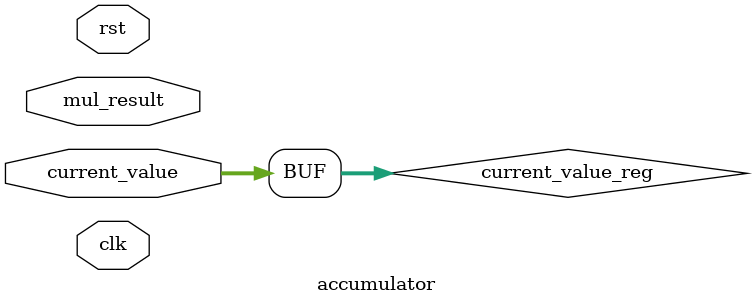
<source format=v>
module pe(
    input clk,
    input rst,
    input [31:0] a,
    input [31:0] b,

    output [31:0] c
);
wire [63:0] mul_result;
    wire [31:0] current_value;

    
    multiplier u_multiplier(
        .clk(clk),
        .rst(rst),
        .a(a),
        .b(b),
        .mul_result(mul_result)
    );

    
    accumulator u_accumulator(
        .clk(clk),
        .rst(rst),
        .current_value(current_value),
        .mul_result(mul_result)
    );

    
    assign c = current_value;

endmodule


module multiplier(
    input clk,
    input rst,
    input [31:0] a,
    input [31:0] b,
    output [63:0] mul_result
);

    reg [63:0] mul_result_reg;

    always @(posedge clk or posedge rst) begin
        if (rst) begin
            mul_result_reg <= 0;
        end else begin
            mul_result_reg <= a * b;
        end
    end

    assign mul_result = mul_result_reg;

endmodule


module accumulator(
    input clk,
    input rst,
    input [31:0] current_value,
    input [63:0] mul_result
);

    reg [31:0] current_value_reg;

    always @(posedge clk or posedge rst) begin
        if (rst) begin
            current_value_reg <= 0;
        end else begin
            current_value_reg <= current_value + mul_result[31:0];
        end
    end

    assign current_value = current_value_reg;

endmodule
</source>
